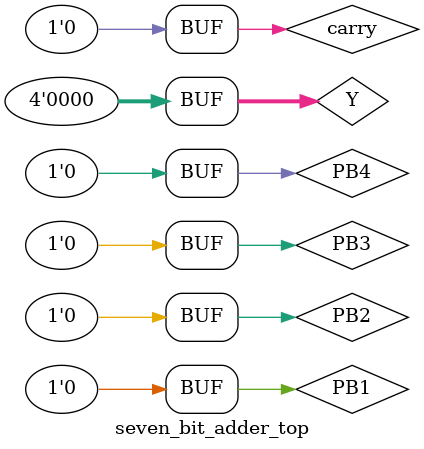
<source format=v>
`timescale 1ns / 1ps


module seven_bit_adder_top;

	// Inputs
	reg PB1;
	reg PB2;
	reg PB3;
	reg PB4;
	reg [3:0] Y;
	reg carry;

	// Outputs
	wire [6:0] sum;

	// Instantiate the Unit Under Test (UUT)
	seven_bit_adder uut (
		.PB1(PB1), 
		.PB2(PB2), 
		.PB3(PB3), 
		.PB4(PB4), 
		.Y(Y), 
		.sum(sum), 
		.carry(carry)
	);

	initial begin
		// Initialize Inputs
		PB1 = 0;
		PB2 = 0;
		PB3 = 0;
		PB4 = 0;
		Y = 0;
		carry = 0;

		// Wait 100 ns for global reset to finish
		#100;
        
		// Add stimulus here

	end
      
endmodule


</source>
